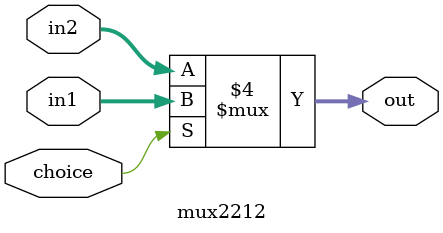
<source format=v>
module mux2212(in1, in2, choice, out);
    input[1:0] in1,in2;
    input choice;
    output reg [1:0] out;
    always@(*) begin
      if (choice == 1'b1) out = in1;
      else out = in2;
    end
endmodule

</source>
